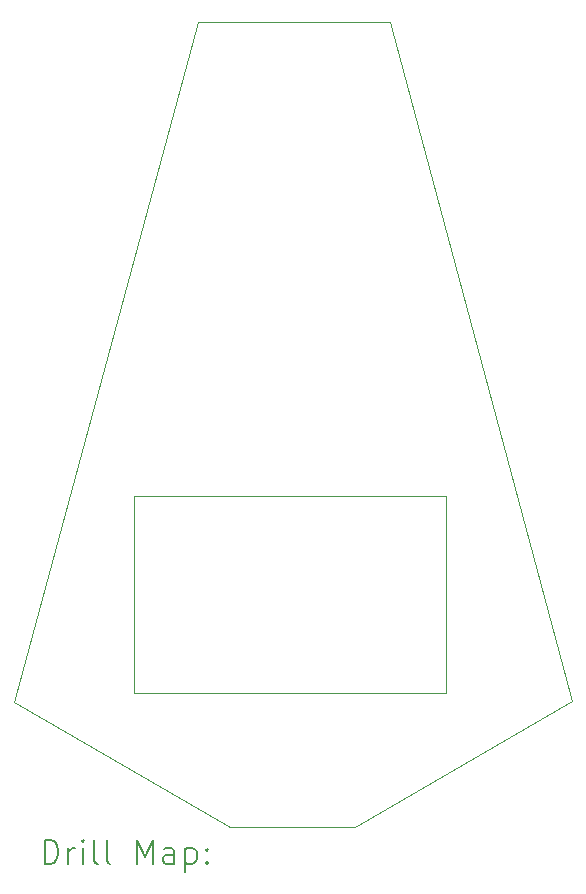
<source format=gbr>
%TF.GenerationSoftware,KiCad,Pcbnew,8.0.4*%
%TF.CreationDate,2024-08-16T14:14:43+09:00*%
%TF.ProjectId,TrueStrike42-cover,54727565-5374-4726-996b-6534322d636f,rev?*%
%TF.SameCoordinates,Original*%
%TF.FileFunction,Drillmap*%
%TF.FilePolarity,Positive*%
%FSLAX45Y45*%
G04 Gerber Fmt 4.5, Leading zero omitted, Abs format (unit mm)*
G04 Created by KiCad (PCBNEW 8.0.4) date 2024-08-16 14:14:43*
%MOMM*%
%LPD*%
G01*
G04 APERTURE LIST*
%ADD10C,0.050000*%
%ADD11C,0.200000*%
G04 APERTURE END LIST*
D10*
X15643000Y-7494000D02*
X14019000Y-7493000D01*
X14019000Y-7493000D02*
X12463611Y-13250199D01*
X17187389Y-13243199D02*
X15643000Y-7494000D01*
X13478000Y-11511000D02*
X16122000Y-11511000D01*
X16122000Y-13174000D01*
X13478000Y-13174000D01*
X13478000Y-11511000D01*
X14293889Y-14308065D02*
X15346000Y-14308000D01*
X12463611Y-13250199D02*
X14293889Y-14308065D01*
X15346000Y-14308000D02*
X17187389Y-13243199D01*
D11*
X12721888Y-14622049D02*
X12721888Y-14422049D01*
X12721888Y-14422049D02*
X12769507Y-14422049D01*
X12769507Y-14422049D02*
X12798078Y-14431572D01*
X12798078Y-14431572D02*
X12817126Y-14450620D01*
X12817126Y-14450620D02*
X12826650Y-14469668D01*
X12826650Y-14469668D02*
X12836174Y-14507763D01*
X12836174Y-14507763D02*
X12836174Y-14536334D01*
X12836174Y-14536334D02*
X12826650Y-14574429D01*
X12826650Y-14574429D02*
X12817126Y-14593477D01*
X12817126Y-14593477D02*
X12798078Y-14612525D01*
X12798078Y-14612525D02*
X12769507Y-14622049D01*
X12769507Y-14622049D02*
X12721888Y-14622049D01*
X12921888Y-14622049D02*
X12921888Y-14488715D01*
X12921888Y-14526810D02*
X12931412Y-14507763D01*
X12931412Y-14507763D02*
X12940935Y-14498239D01*
X12940935Y-14498239D02*
X12959983Y-14488715D01*
X12959983Y-14488715D02*
X12979031Y-14488715D01*
X13045697Y-14622049D02*
X13045697Y-14488715D01*
X13045697Y-14422049D02*
X13036174Y-14431572D01*
X13036174Y-14431572D02*
X13045697Y-14441096D01*
X13045697Y-14441096D02*
X13055221Y-14431572D01*
X13055221Y-14431572D02*
X13045697Y-14422049D01*
X13045697Y-14422049D02*
X13045697Y-14441096D01*
X13169507Y-14622049D02*
X13150459Y-14612525D01*
X13150459Y-14612525D02*
X13140935Y-14593477D01*
X13140935Y-14593477D02*
X13140935Y-14422049D01*
X13274269Y-14622049D02*
X13255221Y-14612525D01*
X13255221Y-14612525D02*
X13245697Y-14593477D01*
X13245697Y-14593477D02*
X13245697Y-14422049D01*
X13502840Y-14622049D02*
X13502840Y-14422049D01*
X13502840Y-14422049D02*
X13569507Y-14564906D01*
X13569507Y-14564906D02*
X13636174Y-14422049D01*
X13636174Y-14422049D02*
X13636174Y-14622049D01*
X13817126Y-14622049D02*
X13817126Y-14517287D01*
X13817126Y-14517287D02*
X13807602Y-14498239D01*
X13807602Y-14498239D02*
X13788555Y-14488715D01*
X13788555Y-14488715D02*
X13750459Y-14488715D01*
X13750459Y-14488715D02*
X13731412Y-14498239D01*
X13817126Y-14612525D02*
X13798078Y-14622049D01*
X13798078Y-14622049D02*
X13750459Y-14622049D01*
X13750459Y-14622049D02*
X13731412Y-14612525D01*
X13731412Y-14612525D02*
X13721888Y-14593477D01*
X13721888Y-14593477D02*
X13721888Y-14574429D01*
X13721888Y-14574429D02*
X13731412Y-14555382D01*
X13731412Y-14555382D02*
X13750459Y-14545858D01*
X13750459Y-14545858D02*
X13798078Y-14545858D01*
X13798078Y-14545858D02*
X13817126Y-14536334D01*
X13912364Y-14488715D02*
X13912364Y-14688715D01*
X13912364Y-14498239D02*
X13931412Y-14488715D01*
X13931412Y-14488715D02*
X13969507Y-14488715D01*
X13969507Y-14488715D02*
X13988555Y-14498239D01*
X13988555Y-14498239D02*
X13998078Y-14507763D01*
X13998078Y-14507763D02*
X14007602Y-14526810D01*
X14007602Y-14526810D02*
X14007602Y-14583953D01*
X14007602Y-14583953D02*
X13998078Y-14603001D01*
X13998078Y-14603001D02*
X13988555Y-14612525D01*
X13988555Y-14612525D02*
X13969507Y-14622049D01*
X13969507Y-14622049D02*
X13931412Y-14622049D01*
X13931412Y-14622049D02*
X13912364Y-14612525D01*
X14093316Y-14603001D02*
X14102840Y-14612525D01*
X14102840Y-14612525D02*
X14093316Y-14622049D01*
X14093316Y-14622049D02*
X14083793Y-14612525D01*
X14083793Y-14612525D02*
X14093316Y-14603001D01*
X14093316Y-14603001D02*
X14093316Y-14622049D01*
X14093316Y-14498239D02*
X14102840Y-14507763D01*
X14102840Y-14507763D02*
X14093316Y-14517287D01*
X14093316Y-14517287D02*
X14083793Y-14507763D01*
X14083793Y-14507763D02*
X14093316Y-14498239D01*
X14093316Y-14498239D02*
X14093316Y-14517287D01*
M02*

</source>
